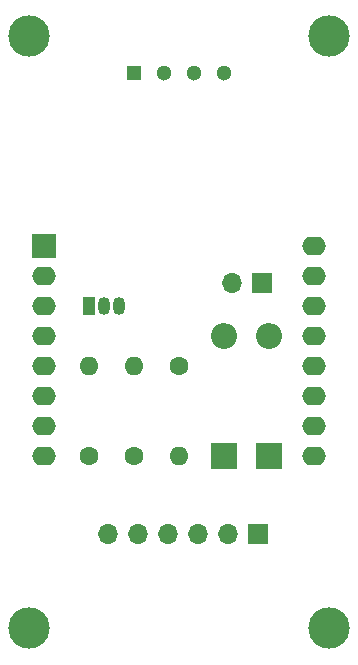
<source format=gbr>
%TF.GenerationSoftware,KiCad,Pcbnew,5.1.9-73d0e3b20d~88~ubuntu20.04.1*%
%TF.CreationDate,2021-02-01T09:35:04+01:00*%
%TF.ProjectId,WemosSlimmemeter,57656d6f-7353-46c6-996d-6d656d657465,V1.0.0.0*%
%TF.SameCoordinates,Original*%
%TF.FileFunction,Soldermask,Top*%
%TF.FilePolarity,Negative*%
%FSLAX46Y46*%
G04 Gerber Fmt 4.6, Leading zero omitted, Abs format (unit mm)*
G04 Created by KiCad (PCBNEW 5.1.9-73d0e3b20d~88~ubuntu20.04.1) date 2021-02-01 09:35:04*
%MOMM*%
%LPD*%
G01*
G04 APERTURE LIST*
%ADD10C,3.500000*%
%ADD11R,1.300000X1.300000*%
%ADD12C,1.300000*%
%ADD13O,1.600000X1.600000*%
%ADD14C,1.600000*%
%ADD15O,2.200000X2.200000*%
%ADD16R,2.200000X2.200000*%
%ADD17O,1.700000X1.700000*%
%ADD18R,1.700000X1.700000*%
%ADD19O,2.000000X1.600000*%
%ADD20R,2.000000X2.000000*%
%ADD21R,1.050000X1.500000*%
%ADD22O,1.050000X1.500000*%
G04 APERTURE END LIST*
D10*
%TO.C,REF\u002A\u002A*%
X74460500Y-101592500D03*
%TD*%
%TO.C,REF\u002A\u002A*%
X99860500Y-101592500D03*
%TD*%
%TO.C,REF\u002A\u002A*%
X99860500Y-51427500D03*
%TD*%
%TO.C,REF\u002A\u002A*%
X74460500Y-51427500D03*
%TD*%
D11*
%TO.C,J3*%
X83350500Y-54602500D03*
D12*
X85850500Y-54602500D03*
X88430500Y-54602500D03*
X90970500Y-54602500D03*
%TD*%
D13*
%TO.C,R1*%
X79540500Y-79367500D03*
D14*
X79540500Y-86987500D03*
%TD*%
D15*
%TO.C,D2*%
X90970500Y-76827500D03*
D16*
X90970500Y-86987500D03*
%TD*%
D15*
%TO.C,D1*%
X94780500Y-76827500D03*
D16*
X94780500Y-86987500D03*
%TD*%
D17*
%TO.C,J2*%
X91605500Y-72382500D03*
D18*
X94145500Y-72382500D03*
%TD*%
D19*
%TO.C,U1*%
X98590500Y-69207500D03*
X98590500Y-71747500D03*
X98590500Y-74287500D03*
X98590500Y-76827500D03*
X98590500Y-79367500D03*
X98590500Y-81907500D03*
X98590500Y-84447500D03*
X98590500Y-86987500D03*
X75730500Y-86987500D03*
X75730500Y-84447500D03*
X75730500Y-81907500D03*
X75730500Y-79367500D03*
X75730500Y-76827500D03*
X75730500Y-74287500D03*
D20*
X75730500Y-69207500D03*
D19*
X75730500Y-71747500D03*
%TD*%
D13*
%TO.C,R3*%
X87160500Y-86987500D03*
D14*
X87160500Y-79367500D03*
%TD*%
D13*
%TO.C,R2*%
X83350500Y-79367500D03*
D14*
X83350500Y-86987500D03*
%TD*%
D21*
%TO.C,Q1*%
X79540500Y-74287500D03*
D22*
X82080500Y-74287500D03*
X80810500Y-74287500D03*
%TD*%
D17*
%TO.C,J1*%
X81153000Y-93599000D03*
X83693000Y-93599000D03*
X86233000Y-93599000D03*
X88773000Y-93599000D03*
X91313000Y-93599000D03*
D18*
X93853000Y-93599000D03*
%TD*%
M02*

</source>
